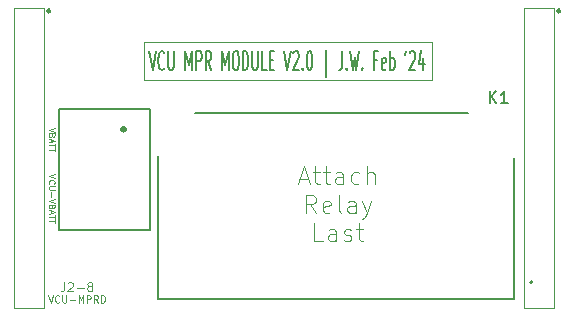
<source format=gbr>
%TF.GenerationSoftware,KiCad,Pcbnew,8.0.8*%
%TF.CreationDate,2025-03-02T20:19:54-05:00*%
%TF.ProjectId,VCU MPR V2.0,56435520-4d50-4522-9056-322e302e6b69,rev?*%
%TF.SameCoordinates,Original*%
%TF.FileFunction,Legend,Top*%
%TF.FilePolarity,Positive*%
%FSLAX46Y46*%
G04 Gerber Fmt 4.6, Leading zero omitted, Abs format (unit mm)*
G04 Created by KiCad (PCBNEW 8.0.8) date 2025-03-02 20:19:54*
%MOMM*%
%LPD*%
G01*
G04 APERTURE LIST*
%ADD10C,0.100000*%
%ADD11C,0.062500*%
%ADD12C,0.150000*%
%ADD13C,0.076200*%
%ADD14C,0.254000*%
%ADD15C,0.127000*%
%ADD16C,0.200000*%
%ADD17C,0.400000*%
G04 APERTURE END LIST*
D10*
X85900000Y-52400000D02*
X110300000Y-52400000D01*
X110300000Y-55600000D01*
X85900000Y-55600000D01*
X85900000Y-52400000D01*
X99085714Y-64014741D02*
X99800000Y-64014741D01*
X98942857Y-64443312D02*
X99442857Y-62943312D01*
X99442857Y-62943312D02*
X99942857Y-64443312D01*
X100228571Y-63443312D02*
X100799999Y-63443312D01*
X100442856Y-62943312D02*
X100442856Y-64229026D01*
X100442856Y-64229026D02*
X100514285Y-64371884D01*
X100514285Y-64371884D02*
X100657142Y-64443312D01*
X100657142Y-64443312D02*
X100799999Y-64443312D01*
X101085714Y-63443312D02*
X101657142Y-63443312D01*
X101299999Y-62943312D02*
X101299999Y-64229026D01*
X101299999Y-64229026D02*
X101371428Y-64371884D01*
X101371428Y-64371884D02*
X101514285Y-64443312D01*
X101514285Y-64443312D02*
X101657142Y-64443312D01*
X102800000Y-64443312D02*
X102800000Y-63657598D01*
X102800000Y-63657598D02*
X102728571Y-63514741D01*
X102728571Y-63514741D02*
X102585714Y-63443312D01*
X102585714Y-63443312D02*
X102300000Y-63443312D01*
X102300000Y-63443312D02*
X102157142Y-63514741D01*
X102800000Y-64371884D02*
X102657142Y-64443312D01*
X102657142Y-64443312D02*
X102300000Y-64443312D01*
X102300000Y-64443312D02*
X102157142Y-64371884D01*
X102157142Y-64371884D02*
X102085714Y-64229026D01*
X102085714Y-64229026D02*
X102085714Y-64086169D01*
X102085714Y-64086169D02*
X102157142Y-63943312D01*
X102157142Y-63943312D02*
X102300000Y-63871884D01*
X102300000Y-63871884D02*
X102657142Y-63871884D01*
X102657142Y-63871884D02*
X102800000Y-63800455D01*
X104157143Y-64371884D02*
X104014285Y-64443312D01*
X104014285Y-64443312D02*
X103728571Y-64443312D01*
X103728571Y-64443312D02*
X103585714Y-64371884D01*
X103585714Y-64371884D02*
X103514285Y-64300455D01*
X103514285Y-64300455D02*
X103442857Y-64157598D01*
X103442857Y-64157598D02*
X103442857Y-63729026D01*
X103442857Y-63729026D02*
X103514285Y-63586169D01*
X103514285Y-63586169D02*
X103585714Y-63514741D01*
X103585714Y-63514741D02*
X103728571Y-63443312D01*
X103728571Y-63443312D02*
X104014285Y-63443312D01*
X104014285Y-63443312D02*
X104157143Y-63514741D01*
X104799999Y-64443312D02*
X104799999Y-62943312D01*
X105442857Y-64443312D02*
X105442857Y-63657598D01*
X105442857Y-63657598D02*
X105371428Y-63514741D01*
X105371428Y-63514741D02*
X105228571Y-63443312D01*
X105228571Y-63443312D02*
X105014285Y-63443312D01*
X105014285Y-63443312D02*
X104871428Y-63514741D01*
X104871428Y-63514741D02*
X104799999Y-63586169D01*
X100478571Y-66858228D02*
X99978571Y-66143942D01*
X99621428Y-66858228D02*
X99621428Y-65358228D01*
X99621428Y-65358228D02*
X100192857Y-65358228D01*
X100192857Y-65358228D02*
X100335714Y-65429657D01*
X100335714Y-65429657D02*
X100407143Y-65501085D01*
X100407143Y-65501085D02*
X100478571Y-65643942D01*
X100478571Y-65643942D02*
X100478571Y-65858228D01*
X100478571Y-65858228D02*
X100407143Y-66001085D01*
X100407143Y-66001085D02*
X100335714Y-66072514D01*
X100335714Y-66072514D02*
X100192857Y-66143942D01*
X100192857Y-66143942D02*
X99621428Y-66143942D01*
X101692857Y-66786800D02*
X101550000Y-66858228D01*
X101550000Y-66858228D02*
X101264286Y-66858228D01*
X101264286Y-66858228D02*
X101121428Y-66786800D01*
X101121428Y-66786800D02*
X101050000Y-66643942D01*
X101050000Y-66643942D02*
X101050000Y-66072514D01*
X101050000Y-66072514D02*
X101121428Y-65929657D01*
X101121428Y-65929657D02*
X101264286Y-65858228D01*
X101264286Y-65858228D02*
X101550000Y-65858228D01*
X101550000Y-65858228D02*
X101692857Y-65929657D01*
X101692857Y-65929657D02*
X101764286Y-66072514D01*
X101764286Y-66072514D02*
X101764286Y-66215371D01*
X101764286Y-66215371D02*
X101050000Y-66358228D01*
X102621428Y-66858228D02*
X102478571Y-66786800D01*
X102478571Y-66786800D02*
X102407142Y-66643942D01*
X102407142Y-66643942D02*
X102407142Y-65358228D01*
X103835714Y-66858228D02*
X103835714Y-66072514D01*
X103835714Y-66072514D02*
X103764285Y-65929657D01*
X103764285Y-65929657D02*
X103621428Y-65858228D01*
X103621428Y-65858228D02*
X103335714Y-65858228D01*
X103335714Y-65858228D02*
X103192856Y-65929657D01*
X103835714Y-66786800D02*
X103692856Y-66858228D01*
X103692856Y-66858228D02*
X103335714Y-66858228D01*
X103335714Y-66858228D02*
X103192856Y-66786800D01*
X103192856Y-66786800D02*
X103121428Y-66643942D01*
X103121428Y-66643942D02*
X103121428Y-66501085D01*
X103121428Y-66501085D02*
X103192856Y-66358228D01*
X103192856Y-66358228D02*
X103335714Y-66286800D01*
X103335714Y-66286800D02*
X103692856Y-66286800D01*
X103692856Y-66286800D02*
X103835714Y-66215371D01*
X104407142Y-65858228D02*
X104764285Y-66858228D01*
X105121428Y-65858228D02*
X104764285Y-66858228D01*
X104764285Y-66858228D02*
X104621428Y-67215371D01*
X104621428Y-67215371D02*
X104549999Y-67286800D01*
X104549999Y-67286800D02*
X104407142Y-67358228D01*
X101049999Y-69273144D02*
X100335713Y-69273144D01*
X100335713Y-69273144D02*
X100335713Y-67773144D01*
X102192857Y-69273144D02*
X102192857Y-68487430D01*
X102192857Y-68487430D02*
X102121428Y-68344573D01*
X102121428Y-68344573D02*
X101978571Y-68273144D01*
X101978571Y-68273144D02*
X101692857Y-68273144D01*
X101692857Y-68273144D02*
X101549999Y-68344573D01*
X102192857Y-69201716D02*
X102049999Y-69273144D01*
X102049999Y-69273144D02*
X101692857Y-69273144D01*
X101692857Y-69273144D02*
X101549999Y-69201716D01*
X101549999Y-69201716D02*
X101478571Y-69058858D01*
X101478571Y-69058858D02*
X101478571Y-68916001D01*
X101478571Y-68916001D02*
X101549999Y-68773144D01*
X101549999Y-68773144D02*
X101692857Y-68701716D01*
X101692857Y-68701716D02*
X102049999Y-68701716D01*
X102049999Y-68701716D02*
X102192857Y-68630287D01*
X102835714Y-69201716D02*
X102978571Y-69273144D01*
X102978571Y-69273144D02*
X103264285Y-69273144D01*
X103264285Y-69273144D02*
X103407142Y-69201716D01*
X103407142Y-69201716D02*
X103478571Y-69058858D01*
X103478571Y-69058858D02*
X103478571Y-68987430D01*
X103478571Y-68987430D02*
X103407142Y-68844573D01*
X103407142Y-68844573D02*
X103264285Y-68773144D01*
X103264285Y-68773144D02*
X103050000Y-68773144D01*
X103050000Y-68773144D02*
X102907142Y-68701716D01*
X102907142Y-68701716D02*
X102835714Y-68558858D01*
X102835714Y-68558858D02*
X102835714Y-68487430D01*
X102835714Y-68487430D02*
X102907142Y-68344573D01*
X102907142Y-68344573D02*
X103050000Y-68273144D01*
X103050000Y-68273144D02*
X103264285Y-68273144D01*
X103264285Y-68273144D02*
X103407142Y-68344573D01*
X103907143Y-68273144D02*
X104478571Y-68273144D01*
X104121428Y-67773144D02*
X104121428Y-69058858D01*
X104121428Y-69058858D02*
X104192857Y-69201716D01*
X104192857Y-69201716D02*
X104335714Y-69273144D01*
X104335714Y-69273144D02*
X104478571Y-69273144D01*
X78366390Y-59653885D02*
X77866390Y-59820551D01*
X77866390Y-59820551D02*
X78366390Y-59987218D01*
X78128295Y-60320551D02*
X78104485Y-60391979D01*
X78104485Y-60391979D02*
X78080676Y-60415789D01*
X78080676Y-60415789D02*
X78033057Y-60439598D01*
X78033057Y-60439598D02*
X77961628Y-60439598D01*
X77961628Y-60439598D02*
X77914009Y-60415789D01*
X77914009Y-60415789D02*
X77890200Y-60391979D01*
X77890200Y-60391979D02*
X77866390Y-60344360D01*
X77866390Y-60344360D02*
X77866390Y-60153884D01*
X77866390Y-60153884D02*
X78366390Y-60153884D01*
X78366390Y-60153884D02*
X78366390Y-60320551D01*
X78366390Y-60320551D02*
X78342580Y-60368170D01*
X78342580Y-60368170D02*
X78318771Y-60391979D01*
X78318771Y-60391979D02*
X78271152Y-60415789D01*
X78271152Y-60415789D02*
X78223533Y-60415789D01*
X78223533Y-60415789D02*
X78175914Y-60391979D01*
X78175914Y-60391979D02*
X78152104Y-60368170D01*
X78152104Y-60368170D02*
X78128295Y-60320551D01*
X78128295Y-60320551D02*
X78128295Y-60153884D01*
X78009247Y-60630075D02*
X78009247Y-60868170D01*
X77866390Y-60582456D02*
X78366390Y-60749122D01*
X78366390Y-60749122D02*
X77866390Y-60915789D01*
X78366390Y-61011027D02*
X78366390Y-61296741D01*
X77866390Y-61153884D02*
X78366390Y-61153884D01*
X78366390Y-61391979D02*
X78366390Y-61677693D01*
X77866390Y-61534836D02*
X78366390Y-61534836D01*
X78366390Y-63618171D02*
X77866390Y-63784837D01*
X77866390Y-63784837D02*
X78366390Y-63951504D01*
X77914009Y-64403884D02*
X77890200Y-64380075D01*
X77890200Y-64380075D02*
X77866390Y-64308646D01*
X77866390Y-64308646D02*
X77866390Y-64261027D01*
X77866390Y-64261027D02*
X77890200Y-64189599D01*
X77890200Y-64189599D02*
X77937819Y-64141980D01*
X77937819Y-64141980D02*
X77985438Y-64118170D01*
X77985438Y-64118170D02*
X78080676Y-64094361D01*
X78080676Y-64094361D02*
X78152104Y-64094361D01*
X78152104Y-64094361D02*
X78247342Y-64118170D01*
X78247342Y-64118170D02*
X78294961Y-64141980D01*
X78294961Y-64141980D02*
X78342580Y-64189599D01*
X78342580Y-64189599D02*
X78366390Y-64261027D01*
X78366390Y-64261027D02*
X78366390Y-64308646D01*
X78366390Y-64308646D02*
X78342580Y-64380075D01*
X78342580Y-64380075D02*
X78318771Y-64403884D01*
X78366390Y-64618170D02*
X77961628Y-64618170D01*
X77961628Y-64618170D02*
X77914009Y-64641980D01*
X77914009Y-64641980D02*
X77890200Y-64665789D01*
X77890200Y-64665789D02*
X77866390Y-64713408D01*
X77866390Y-64713408D02*
X77866390Y-64808646D01*
X77866390Y-64808646D02*
X77890200Y-64856265D01*
X77890200Y-64856265D02*
X77914009Y-64880075D01*
X77914009Y-64880075D02*
X77961628Y-64903884D01*
X77961628Y-64903884D02*
X78366390Y-64903884D01*
X78056866Y-65141980D02*
X78056866Y-65522933D01*
X78366390Y-65689600D02*
X77866390Y-65856266D01*
X77866390Y-65856266D02*
X78366390Y-66022933D01*
X78128295Y-66356266D02*
X78104485Y-66427694D01*
X78104485Y-66427694D02*
X78080676Y-66451504D01*
X78080676Y-66451504D02*
X78033057Y-66475313D01*
X78033057Y-66475313D02*
X77961628Y-66475313D01*
X77961628Y-66475313D02*
X77914009Y-66451504D01*
X77914009Y-66451504D02*
X77890200Y-66427694D01*
X77890200Y-66427694D02*
X77866390Y-66380075D01*
X77866390Y-66380075D02*
X77866390Y-66189599D01*
X77866390Y-66189599D02*
X78366390Y-66189599D01*
X78366390Y-66189599D02*
X78366390Y-66356266D01*
X78366390Y-66356266D02*
X78342580Y-66403885D01*
X78342580Y-66403885D02*
X78318771Y-66427694D01*
X78318771Y-66427694D02*
X78271152Y-66451504D01*
X78271152Y-66451504D02*
X78223533Y-66451504D01*
X78223533Y-66451504D02*
X78175914Y-66427694D01*
X78175914Y-66427694D02*
X78152104Y-66403885D01*
X78152104Y-66403885D02*
X78128295Y-66356266D01*
X78128295Y-66356266D02*
X78128295Y-66189599D01*
X78009247Y-66665790D02*
X78009247Y-66903885D01*
X77866390Y-66618171D02*
X78366390Y-66784837D01*
X78366390Y-66784837D02*
X77866390Y-66951504D01*
X78366390Y-67046742D02*
X78366390Y-67332456D01*
X77866390Y-67189599D02*
X78366390Y-67189599D01*
X78366390Y-67427694D02*
X78366390Y-67713408D01*
X77866390Y-67570551D02*
X78366390Y-67570551D01*
X79158646Y-72745556D02*
X79158646Y-73281270D01*
X79158646Y-73281270D02*
X79122931Y-73388413D01*
X79122931Y-73388413D02*
X79051503Y-73459842D01*
X79051503Y-73459842D02*
X78944360Y-73495556D01*
X78944360Y-73495556D02*
X78872931Y-73495556D01*
X79480075Y-72816984D02*
X79515789Y-72781270D01*
X79515789Y-72781270D02*
X79587218Y-72745556D01*
X79587218Y-72745556D02*
X79765789Y-72745556D01*
X79765789Y-72745556D02*
X79837218Y-72781270D01*
X79837218Y-72781270D02*
X79872932Y-72816984D01*
X79872932Y-72816984D02*
X79908646Y-72888413D01*
X79908646Y-72888413D02*
X79908646Y-72959842D01*
X79908646Y-72959842D02*
X79872932Y-73066984D01*
X79872932Y-73066984D02*
X79444360Y-73495556D01*
X79444360Y-73495556D02*
X79908646Y-73495556D01*
X80230075Y-73209842D02*
X80801504Y-73209842D01*
X81265789Y-73066984D02*
X81194360Y-73031270D01*
X81194360Y-73031270D02*
X81158646Y-72995556D01*
X81158646Y-72995556D02*
X81122932Y-72924127D01*
X81122932Y-72924127D02*
X81122932Y-72888413D01*
X81122932Y-72888413D02*
X81158646Y-72816984D01*
X81158646Y-72816984D02*
X81194360Y-72781270D01*
X81194360Y-72781270D02*
X81265789Y-72745556D01*
X81265789Y-72745556D02*
X81408646Y-72745556D01*
X81408646Y-72745556D02*
X81480075Y-72781270D01*
X81480075Y-72781270D02*
X81515789Y-72816984D01*
X81515789Y-72816984D02*
X81551503Y-72888413D01*
X81551503Y-72888413D02*
X81551503Y-72924127D01*
X81551503Y-72924127D02*
X81515789Y-72995556D01*
X81515789Y-72995556D02*
X81480075Y-73031270D01*
X81480075Y-73031270D02*
X81408646Y-73066984D01*
X81408646Y-73066984D02*
X81265789Y-73066984D01*
X81265789Y-73066984D02*
X81194360Y-73102699D01*
X81194360Y-73102699D02*
X81158646Y-73138413D01*
X81158646Y-73138413D02*
X81122932Y-73209842D01*
X81122932Y-73209842D02*
X81122932Y-73352699D01*
X81122932Y-73352699D02*
X81158646Y-73424127D01*
X81158646Y-73424127D02*
X81194360Y-73459842D01*
X81194360Y-73459842D02*
X81265789Y-73495556D01*
X81265789Y-73495556D02*
X81408646Y-73495556D01*
X81408646Y-73495556D02*
X81480075Y-73459842D01*
X81480075Y-73459842D02*
X81515789Y-73424127D01*
X81515789Y-73424127D02*
X81551503Y-73352699D01*
X81551503Y-73352699D02*
X81551503Y-73209842D01*
X81551503Y-73209842D02*
X81515789Y-73138413D01*
X81515789Y-73138413D02*
X81480075Y-73102699D01*
X81480075Y-73102699D02*
X81408646Y-73066984D01*
D11*
X77818082Y-73863321D02*
X78018082Y-74463321D01*
X78018082Y-74463321D02*
X78218082Y-73863321D01*
X78760940Y-74406178D02*
X78732368Y-74434750D01*
X78732368Y-74434750D02*
X78646654Y-74463321D01*
X78646654Y-74463321D02*
X78589511Y-74463321D01*
X78589511Y-74463321D02*
X78503797Y-74434750D01*
X78503797Y-74434750D02*
X78446654Y-74377607D01*
X78446654Y-74377607D02*
X78418083Y-74320464D01*
X78418083Y-74320464D02*
X78389511Y-74206178D01*
X78389511Y-74206178D02*
X78389511Y-74120464D01*
X78389511Y-74120464D02*
X78418083Y-74006178D01*
X78418083Y-74006178D02*
X78446654Y-73949035D01*
X78446654Y-73949035D02*
X78503797Y-73891892D01*
X78503797Y-73891892D02*
X78589511Y-73863321D01*
X78589511Y-73863321D02*
X78646654Y-73863321D01*
X78646654Y-73863321D02*
X78732368Y-73891892D01*
X78732368Y-73891892D02*
X78760940Y-73920464D01*
X79018083Y-73863321D02*
X79018083Y-74349035D01*
X79018083Y-74349035D02*
X79046654Y-74406178D01*
X79046654Y-74406178D02*
X79075226Y-74434750D01*
X79075226Y-74434750D02*
X79132368Y-74463321D01*
X79132368Y-74463321D02*
X79246654Y-74463321D01*
X79246654Y-74463321D02*
X79303797Y-74434750D01*
X79303797Y-74434750D02*
X79332368Y-74406178D01*
X79332368Y-74406178D02*
X79360940Y-74349035D01*
X79360940Y-74349035D02*
X79360940Y-73863321D01*
X79646654Y-74234750D02*
X80103797Y-74234750D01*
X80389511Y-74463321D02*
X80389511Y-73863321D01*
X80389511Y-73863321D02*
X80589511Y-74291892D01*
X80589511Y-74291892D02*
X80789511Y-73863321D01*
X80789511Y-73863321D02*
X80789511Y-74463321D01*
X81075225Y-74463321D02*
X81075225Y-73863321D01*
X81075225Y-73863321D02*
X81303796Y-73863321D01*
X81303796Y-73863321D02*
X81360939Y-73891892D01*
X81360939Y-73891892D02*
X81389510Y-73920464D01*
X81389510Y-73920464D02*
X81418082Y-73977607D01*
X81418082Y-73977607D02*
X81418082Y-74063321D01*
X81418082Y-74063321D02*
X81389510Y-74120464D01*
X81389510Y-74120464D02*
X81360939Y-74149035D01*
X81360939Y-74149035D02*
X81303796Y-74177607D01*
X81303796Y-74177607D02*
X81075225Y-74177607D01*
X82018082Y-74463321D02*
X81818082Y-74177607D01*
X81675225Y-74463321D02*
X81675225Y-73863321D01*
X81675225Y-73863321D02*
X81903796Y-73863321D01*
X81903796Y-73863321D02*
X81960939Y-73891892D01*
X81960939Y-73891892D02*
X81989510Y-73920464D01*
X81989510Y-73920464D02*
X82018082Y-73977607D01*
X82018082Y-73977607D02*
X82018082Y-74063321D01*
X82018082Y-74063321D02*
X81989510Y-74120464D01*
X81989510Y-74120464D02*
X81960939Y-74149035D01*
X81960939Y-74149035D02*
X81903796Y-74177607D01*
X81903796Y-74177607D02*
X81675225Y-74177607D01*
X82275225Y-74463321D02*
X82275225Y-73863321D01*
X82275225Y-73863321D02*
X82418082Y-73863321D01*
X82418082Y-73863321D02*
X82503796Y-73891892D01*
X82503796Y-73891892D02*
X82560939Y-73949035D01*
X82560939Y-73949035D02*
X82589510Y-74006178D01*
X82589510Y-74006178D02*
X82618082Y-74120464D01*
X82618082Y-74120464D02*
X82618082Y-74206178D01*
X82618082Y-74206178D02*
X82589510Y-74320464D01*
X82589510Y-74320464D02*
X82560939Y-74377607D01*
X82560939Y-74377607D02*
X82503796Y-74434750D01*
X82503796Y-74434750D02*
X82418082Y-74463321D01*
X82418082Y-74463321D02*
X82275225Y-74463321D01*
D12*
X86377493Y-53196390D02*
X86644160Y-54796390D01*
X86644160Y-54796390D02*
X86910826Y-53196390D01*
X87634636Y-54644009D02*
X87596540Y-54720200D01*
X87596540Y-54720200D02*
X87482255Y-54796390D01*
X87482255Y-54796390D02*
X87406064Y-54796390D01*
X87406064Y-54796390D02*
X87291778Y-54720200D01*
X87291778Y-54720200D02*
X87215588Y-54567819D01*
X87215588Y-54567819D02*
X87177493Y-54415438D01*
X87177493Y-54415438D02*
X87139397Y-54110676D01*
X87139397Y-54110676D02*
X87139397Y-53882104D01*
X87139397Y-53882104D02*
X87177493Y-53577342D01*
X87177493Y-53577342D02*
X87215588Y-53424961D01*
X87215588Y-53424961D02*
X87291778Y-53272580D01*
X87291778Y-53272580D02*
X87406064Y-53196390D01*
X87406064Y-53196390D02*
X87482255Y-53196390D01*
X87482255Y-53196390D02*
X87596540Y-53272580D01*
X87596540Y-53272580D02*
X87634636Y-53348771D01*
X87977493Y-53196390D02*
X87977493Y-54491628D01*
X87977493Y-54491628D02*
X88015588Y-54644009D01*
X88015588Y-54644009D02*
X88053683Y-54720200D01*
X88053683Y-54720200D02*
X88129874Y-54796390D01*
X88129874Y-54796390D02*
X88282255Y-54796390D01*
X88282255Y-54796390D02*
X88358445Y-54720200D01*
X88358445Y-54720200D02*
X88396540Y-54644009D01*
X88396540Y-54644009D02*
X88434636Y-54491628D01*
X88434636Y-54491628D02*
X88434636Y-53196390D01*
X89425112Y-54796390D02*
X89425112Y-53196390D01*
X89425112Y-53196390D02*
X89691778Y-54339247D01*
X89691778Y-54339247D02*
X89958445Y-53196390D01*
X89958445Y-53196390D02*
X89958445Y-54796390D01*
X90339398Y-54796390D02*
X90339398Y-53196390D01*
X90339398Y-53196390D02*
X90644160Y-53196390D01*
X90644160Y-53196390D02*
X90720350Y-53272580D01*
X90720350Y-53272580D02*
X90758445Y-53348771D01*
X90758445Y-53348771D02*
X90796541Y-53501152D01*
X90796541Y-53501152D02*
X90796541Y-53729723D01*
X90796541Y-53729723D02*
X90758445Y-53882104D01*
X90758445Y-53882104D02*
X90720350Y-53958295D01*
X90720350Y-53958295D02*
X90644160Y-54034485D01*
X90644160Y-54034485D02*
X90339398Y-54034485D01*
X91596541Y-54796390D02*
X91329874Y-54034485D01*
X91139398Y-54796390D02*
X91139398Y-53196390D01*
X91139398Y-53196390D02*
X91444160Y-53196390D01*
X91444160Y-53196390D02*
X91520350Y-53272580D01*
X91520350Y-53272580D02*
X91558445Y-53348771D01*
X91558445Y-53348771D02*
X91596541Y-53501152D01*
X91596541Y-53501152D02*
X91596541Y-53729723D01*
X91596541Y-53729723D02*
X91558445Y-53882104D01*
X91558445Y-53882104D02*
X91520350Y-53958295D01*
X91520350Y-53958295D02*
X91444160Y-54034485D01*
X91444160Y-54034485D02*
X91139398Y-54034485D01*
X92548922Y-54796390D02*
X92548922Y-53196390D01*
X92548922Y-53196390D02*
X92815588Y-54339247D01*
X92815588Y-54339247D02*
X93082255Y-53196390D01*
X93082255Y-53196390D02*
X93082255Y-54796390D01*
X93615589Y-53196390D02*
X93767970Y-53196390D01*
X93767970Y-53196390D02*
X93844160Y-53272580D01*
X93844160Y-53272580D02*
X93920351Y-53424961D01*
X93920351Y-53424961D02*
X93958446Y-53729723D01*
X93958446Y-53729723D02*
X93958446Y-54263057D01*
X93958446Y-54263057D02*
X93920351Y-54567819D01*
X93920351Y-54567819D02*
X93844160Y-54720200D01*
X93844160Y-54720200D02*
X93767970Y-54796390D01*
X93767970Y-54796390D02*
X93615589Y-54796390D01*
X93615589Y-54796390D02*
X93539398Y-54720200D01*
X93539398Y-54720200D02*
X93463208Y-54567819D01*
X93463208Y-54567819D02*
X93425112Y-54263057D01*
X93425112Y-54263057D02*
X93425112Y-53729723D01*
X93425112Y-53729723D02*
X93463208Y-53424961D01*
X93463208Y-53424961D02*
X93539398Y-53272580D01*
X93539398Y-53272580D02*
X93615589Y-53196390D01*
X94301303Y-54796390D02*
X94301303Y-53196390D01*
X94301303Y-53196390D02*
X94491779Y-53196390D01*
X94491779Y-53196390D02*
X94606065Y-53272580D01*
X94606065Y-53272580D02*
X94682255Y-53424961D01*
X94682255Y-53424961D02*
X94720350Y-53577342D01*
X94720350Y-53577342D02*
X94758446Y-53882104D01*
X94758446Y-53882104D02*
X94758446Y-54110676D01*
X94758446Y-54110676D02*
X94720350Y-54415438D01*
X94720350Y-54415438D02*
X94682255Y-54567819D01*
X94682255Y-54567819D02*
X94606065Y-54720200D01*
X94606065Y-54720200D02*
X94491779Y-54796390D01*
X94491779Y-54796390D02*
X94301303Y-54796390D01*
X95101303Y-53196390D02*
X95101303Y-54491628D01*
X95101303Y-54491628D02*
X95139398Y-54644009D01*
X95139398Y-54644009D02*
X95177493Y-54720200D01*
X95177493Y-54720200D02*
X95253684Y-54796390D01*
X95253684Y-54796390D02*
X95406065Y-54796390D01*
X95406065Y-54796390D02*
X95482255Y-54720200D01*
X95482255Y-54720200D02*
X95520350Y-54644009D01*
X95520350Y-54644009D02*
X95558446Y-54491628D01*
X95558446Y-54491628D02*
X95558446Y-53196390D01*
X96320350Y-54796390D02*
X95939398Y-54796390D01*
X95939398Y-54796390D02*
X95939398Y-53196390D01*
X96587017Y-53958295D02*
X96853683Y-53958295D01*
X96967969Y-54796390D02*
X96587017Y-54796390D01*
X96587017Y-54796390D02*
X96587017Y-53196390D01*
X96587017Y-53196390D02*
X96967969Y-53196390D01*
X97806065Y-53196390D02*
X98072732Y-54796390D01*
X98072732Y-54796390D02*
X98339398Y-53196390D01*
X98567969Y-53348771D02*
X98606065Y-53272580D01*
X98606065Y-53272580D02*
X98682255Y-53196390D01*
X98682255Y-53196390D02*
X98872731Y-53196390D01*
X98872731Y-53196390D02*
X98948922Y-53272580D01*
X98948922Y-53272580D02*
X98987017Y-53348771D01*
X98987017Y-53348771D02*
X99025112Y-53501152D01*
X99025112Y-53501152D02*
X99025112Y-53653533D01*
X99025112Y-53653533D02*
X98987017Y-53882104D01*
X98987017Y-53882104D02*
X98529874Y-54796390D01*
X98529874Y-54796390D02*
X99025112Y-54796390D01*
X99367970Y-54644009D02*
X99406065Y-54720200D01*
X99406065Y-54720200D02*
X99367970Y-54796390D01*
X99367970Y-54796390D02*
X99329874Y-54720200D01*
X99329874Y-54720200D02*
X99367970Y-54644009D01*
X99367970Y-54644009D02*
X99367970Y-54796390D01*
X99901303Y-53196390D02*
X99977493Y-53196390D01*
X99977493Y-53196390D02*
X100053684Y-53272580D01*
X100053684Y-53272580D02*
X100091779Y-53348771D01*
X100091779Y-53348771D02*
X100129874Y-53501152D01*
X100129874Y-53501152D02*
X100167969Y-53805914D01*
X100167969Y-53805914D02*
X100167969Y-54186866D01*
X100167969Y-54186866D02*
X100129874Y-54491628D01*
X100129874Y-54491628D02*
X100091779Y-54644009D01*
X100091779Y-54644009D02*
X100053684Y-54720200D01*
X100053684Y-54720200D02*
X99977493Y-54796390D01*
X99977493Y-54796390D02*
X99901303Y-54796390D01*
X99901303Y-54796390D02*
X99825112Y-54720200D01*
X99825112Y-54720200D02*
X99787017Y-54644009D01*
X99787017Y-54644009D02*
X99748922Y-54491628D01*
X99748922Y-54491628D02*
X99710826Y-54186866D01*
X99710826Y-54186866D02*
X99710826Y-53805914D01*
X99710826Y-53805914D02*
X99748922Y-53501152D01*
X99748922Y-53501152D02*
X99787017Y-53348771D01*
X99787017Y-53348771D02*
X99825112Y-53272580D01*
X99825112Y-53272580D02*
X99901303Y-53196390D01*
X101310827Y-55329723D02*
X101310827Y-53044009D01*
X102720351Y-53196390D02*
X102720351Y-54339247D01*
X102720351Y-54339247D02*
X102682256Y-54567819D01*
X102682256Y-54567819D02*
X102606065Y-54720200D01*
X102606065Y-54720200D02*
X102491780Y-54796390D01*
X102491780Y-54796390D02*
X102415589Y-54796390D01*
X103101304Y-54644009D02*
X103139399Y-54720200D01*
X103139399Y-54720200D02*
X103101304Y-54796390D01*
X103101304Y-54796390D02*
X103063208Y-54720200D01*
X103063208Y-54720200D02*
X103101304Y-54644009D01*
X103101304Y-54644009D02*
X103101304Y-54796390D01*
X103406065Y-53196390D02*
X103596541Y-54796390D01*
X103596541Y-54796390D02*
X103748922Y-53653533D01*
X103748922Y-53653533D02*
X103901303Y-54796390D01*
X103901303Y-54796390D02*
X104091780Y-53196390D01*
X104396542Y-54644009D02*
X104434637Y-54720200D01*
X104434637Y-54720200D02*
X104396542Y-54796390D01*
X104396542Y-54796390D02*
X104358446Y-54720200D01*
X104358446Y-54720200D02*
X104396542Y-54644009D01*
X104396542Y-54644009D02*
X104396542Y-54796390D01*
X105653684Y-53958295D02*
X105387018Y-53958295D01*
X105387018Y-54796390D02*
X105387018Y-53196390D01*
X105387018Y-53196390D02*
X105767970Y-53196390D01*
X106377494Y-54720200D02*
X106301303Y-54796390D01*
X106301303Y-54796390D02*
X106148922Y-54796390D01*
X106148922Y-54796390D02*
X106072732Y-54720200D01*
X106072732Y-54720200D02*
X106034636Y-54567819D01*
X106034636Y-54567819D02*
X106034636Y-53958295D01*
X106034636Y-53958295D02*
X106072732Y-53805914D01*
X106072732Y-53805914D02*
X106148922Y-53729723D01*
X106148922Y-53729723D02*
X106301303Y-53729723D01*
X106301303Y-53729723D02*
X106377494Y-53805914D01*
X106377494Y-53805914D02*
X106415589Y-53958295D01*
X106415589Y-53958295D02*
X106415589Y-54110676D01*
X106415589Y-54110676D02*
X106034636Y-54263057D01*
X106758446Y-54796390D02*
X106758446Y-53196390D01*
X106758446Y-53805914D02*
X106834636Y-53729723D01*
X106834636Y-53729723D02*
X106987017Y-53729723D01*
X106987017Y-53729723D02*
X107063208Y-53805914D01*
X107063208Y-53805914D02*
X107101303Y-53882104D01*
X107101303Y-53882104D02*
X107139398Y-54034485D01*
X107139398Y-54034485D02*
X107139398Y-54491628D01*
X107139398Y-54491628D02*
X107101303Y-54644009D01*
X107101303Y-54644009D02*
X107063208Y-54720200D01*
X107063208Y-54720200D02*
X106987017Y-54796390D01*
X106987017Y-54796390D02*
X106834636Y-54796390D01*
X106834636Y-54796390D02*
X106758446Y-54720200D01*
X108129875Y-53196390D02*
X108053684Y-53501152D01*
X108434636Y-53348771D02*
X108472732Y-53272580D01*
X108472732Y-53272580D02*
X108548922Y-53196390D01*
X108548922Y-53196390D02*
X108739398Y-53196390D01*
X108739398Y-53196390D02*
X108815589Y-53272580D01*
X108815589Y-53272580D02*
X108853684Y-53348771D01*
X108853684Y-53348771D02*
X108891779Y-53501152D01*
X108891779Y-53501152D02*
X108891779Y-53653533D01*
X108891779Y-53653533D02*
X108853684Y-53882104D01*
X108853684Y-53882104D02*
X108396541Y-54796390D01*
X108396541Y-54796390D02*
X108891779Y-54796390D01*
X109577494Y-53729723D02*
X109577494Y-54796390D01*
X109387018Y-53120200D02*
X109196541Y-54263057D01*
X109196541Y-54263057D02*
X109691780Y-54263057D01*
X115191905Y-57574819D02*
X115191905Y-56574819D01*
X115763333Y-57574819D02*
X115334762Y-57003390D01*
X115763333Y-56574819D02*
X115191905Y-57146247D01*
X116715714Y-57574819D02*
X116144286Y-57574819D01*
X116430000Y-57574819D02*
X116430000Y-56574819D01*
X116430000Y-56574819D02*
X116334762Y-56717676D01*
X116334762Y-56717676D02*
X116239524Y-56812914D01*
X116239524Y-56812914D02*
X116144286Y-56860533D01*
D13*
%TO.C,J2*%
X74930000Y-74930000D02*
X74930000Y-49530000D01*
X77470000Y-49530000D02*
X74930000Y-49530000D01*
X77470000Y-49530000D02*
X77470000Y-74930000D01*
X77470000Y-74930000D02*
X74930000Y-74930000D01*
D14*
X77978000Y-49784000D02*
G75*
G02*
X77724000Y-49784000I-127000J0D01*
G01*
X77724000Y-49784000D02*
G75*
G02*
X77978000Y-49784000I127000J0D01*
G01*
D13*
X118110000Y-74930000D02*
X118110000Y-49530000D01*
X120650000Y-49530000D02*
X118110000Y-49530000D01*
X120650000Y-49530000D02*
X120650000Y-74930000D01*
X120650000Y-74930000D02*
X118110000Y-74930000D01*
D14*
X121158000Y-49784000D02*
G75*
G02*
X120904000Y-49784000I-127000J0D01*
G01*
X120904000Y-49784000D02*
G75*
G02*
X121158000Y-49784000I127000J0D01*
G01*
D15*
%TO.C,K1*%
X87150000Y-74150000D02*
X87150000Y-62050000D01*
X90250000Y-58450000D02*
X113350000Y-58450000D01*
X117250000Y-74150000D02*
X87150000Y-74150000D01*
X117250000Y-74150000D02*
X117250000Y-62200000D01*
D16*
X118800000Y-72750000D02*
G75*
G02*
X118600000Y-72750000I-100000J0D01*
G01*
X118600000Y-72750000D02*
G75*
G02*
X118800000Y-72750000I100000J0D01*
G01*
%TO.C,J1*%
X78700000Y-58100000D02*
X86400000Y-58100000D01*
X78700000Y-68300000D02*
X78700000Y-58100000D01*
X86400000Y-58100000D02*
X86400000Y-68300000D01*
X86400000Y-68300000D02*
X78700000Y-68300000D01*
D17*
X84300000Y-59800000D02*
G75*
G02*
X84100000Y-59800000I-100000J0D01*
G01*
X84100000Y-59800000D02*
G75*
G02*
X84300000Y-59800000I100000J0D01*
G01*
%TD*%
M02*

</source>
